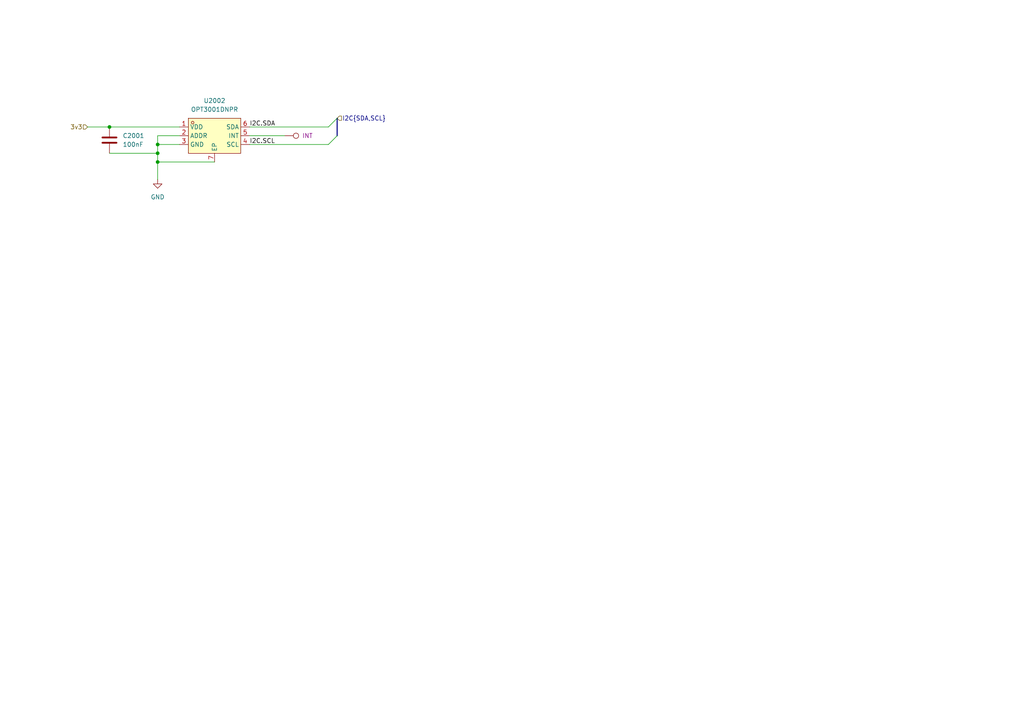
<source format=kicad_sch>
(kicad_sch (version 20231120) (generator "eeschema") (generator_version "8.0")
  (paper "A4")
  (lib_symbols
    (symbol "Device:C" (pin_numbers hide) (pin_names (offset 0.254))
      (property "Reference" "C" (at 0.635 2.54 0))
      (property "Value" "C" (at 0.635 -2.54 0))
      (symbol "C_0_1"
        (polyline (pts (xy -2.032 -0.762) (xy 2.032 -0.762)) (stroke (width 0.508)))
        (polyline (pts (xy -2.032 0.762) (xy 2.032 0.762)) (stroke (width 0.508)))
      )
      (symbol "C_1_1"
        (pin passive line (at 0 3.81 270) (length 2.794) (name "~") (number "1"))
        (pin passive line (at 0 -3.81 90) (length 2.794) (name "~") (number "2"))
      )
    )
    (symbol "easyeda2kicad:LabeledTestPoint" (pin_numbers hide) (pin_names (offset 0.762) hide) (in_bom no)
      (property "Label" "label" (at 0 5.08 0))
      (symbol "LabeledTestPoint_0_1"
        (circle (center 0 3.302) (radius 0.762))
      )
      (symbol "LabeledTestPoint_1_1"
        (pin passive line (at 0 0 90) (length 2.54) (name "1") (number "1"))
      )
    )
    (symbol "easyeda2kicad:OPT3001DNPR"
      (property "Reference" "U" (at 0 7.62 0))
      (property "Value" "OPT3001DNPR" (at 0 -12.7 0))
      (symbol "OPT3001DNPR_0_1"
        (rectangle (start -7.62 5.08) (end 7.62 -5.08) (fill (type background)))
        (circle (center -6.35 3.81) (radius 0.38))
        (pin unspecified line (at -10.16 2.54 0) (length 2.54) (name "VDD") (number "1"))
        (pin unspecified line (at -10.16 0 0) (length 2.54) (name "ADDR") (number "2"))
        (pin unspecified line (at -10.16 -2.54 0) (length 2.54) (name "GND") (number "3"))
        (pin unspecified line (at 10.16 -2.54 180) (length 2.54) (name "SCL") (number "4"))
        (pin unspecified line (at 10.16 0 180) (length 2.54) (name "INT") (number "5"))
        (pin unspecified line (at 10.16 2.54 180) (length 2.54) (name "SDA") (number "6"))
        (pin unspecified line (at 0 -7.62 90) (length 2.54) (name "EP") (number "7"))
      )
    )
    (symbol "power:GND" (power) (pin_numbers hide) (pin_names (offset 0) hide)
      (property "Value" "GND" (at 0 -3.81 0))
      (symbol "GND_0_1"
        (polyline (pts (xy 0 0) (xy 0 -1.27) (xy 1.27 -1.27) (xy 0 -2.54) (xy -1.27 -1.27) (xy 0 -1.27)))
      )
      (symbol "GND_1_1"
        (pin power_in line (at 0 0 270) (length 0) (name "~") (number "1"))
      )
    )
  )
  (junction (at 45.72 44.45))
  (junction (at 31.75 36.83))
  (junction (at 45.72 46.99))
  (junction (at 45.72 41.91))
  (bus_entry (at 97.79 39.37) (size -2.54 2.54))
  (bus_entry (at 97.79 34.29) (size -2.54 2.54))
  (bus (pts (xy 97.79 34.29) (xy 97.79 39.37)))
  (wire (pts (xy 52.07 39.37) (xy 45.72 39.37)))
  (wire (pts (xy 72.39 36.83) (xy 95.25 36.83)))
  (wire (pts (xy 25.4 36.83) (xy 31.75 36.83)))
  (wire (pts (xy 45.72 41.91) (xy 52.07 41.91)))
  (wire (pts (xy 31.75 44.45) (xy 45.72 44.45)))
  (wire (pts (xy 45.72 41.91) (xy 45.72 44.45)))
  (wire (pts (xy 45.72 46.99) (xy 45.72 52.07)))
  (wire (pts (xy 45.72 44.45) (xy 45.72 46.99)))
  (wire (pts (xy 45.72 46.99) (xy 62.23 46.99)))
  (wire (pts (xy 72.39 41.91) (xy 95.25 41.91)))
  (wire (pts (xy 45.72 39.37) (xy 45.72 41.91)))
  (wire (pts (xy 72.39 39.37) (xy 82.55 39.37)))
  (wire (pts (xy 31.75 36.83) (xy 52.07 36.83)))
  (label "I2C.SCL" (at 72.39 41.91 0))
  (label "I2C.SDA" (at 72.39 36.83 0))
  (hierarchical_label "I2C{SDA,SCL}" (shape input) (at 97.79 34.29 0))
  (hierarchical_label "3v3" (shape input) (at 25.4 36.83 180))
  (symbol (lib_id "power:GND") (at 45.72 52.07 0) (unit 1)
    (property "Reference" "#PWR02002" (effects (hide yes)))
    (property "Value" "GND" (at 45.72 57.15 0))
    (property "Description" "Power symbol creates a global label with name \"GND\" , ground" (effects (hide yes)))
  )
  (symbol (lib_id "easyeda2kicad:LabeledTestPoint") (at 82.55 39.37 270) (unit 1) (in_bom no)
    (property "Reference" "TP2001" (effects (hide yes)))
    (property "Value" "LabeledTestPoint" (effects (hide yes)))
    (property "Footprint" "easyeda2kicad:LabeledTestPoint" (effects (hide yes)))
    (property "Description" "test point" (effects (hide yes)))
    (property "Label" "INT" (at 87.63 39.3699 90) (effects (justify left)))
  )
  (symbol (lib_id "easyeda2kicad:OPT3001DNPR") (at 62.23 39.37 0) (unit 1)
    (property "Reference" "U2002" (at 62.23 29.21 0))
    (property "Value" "OPT3001DNPR" (at 62.23 31.75 0))
    (property "Footprint" "easyeda2kicad:USON6_L2.1-W2.1-P0.65-BL-EP" (effects (hide yes)))
    (property "Datasheet" "https://lcsc.com/product-detail/Ambient-Light-Sensors_TI_OPT3001DNPR_OPT3001DNPR_C90462.html" (effects (hide yes)))
    (property "LCSC Part" "C90462" (effects (hide yes)))
  )
  (symbol (lib_id "Device:C") (at 31.75 40.64 0) (unit 1)
    (property "Reference" "C2001" (at 35.56 39.3699 0) (effects (justify left)))
    (property "Value" "100nF" (at 35.56 41.9099 0) (effects (justify left)))
    (property "Footprint" "Capacitor_SMD:C_0603_1608Metric" (effects (hide yes)))
    (property "Description" "Unpolarized capacitor" (effects (hide yes)))
  )
)
</source>
